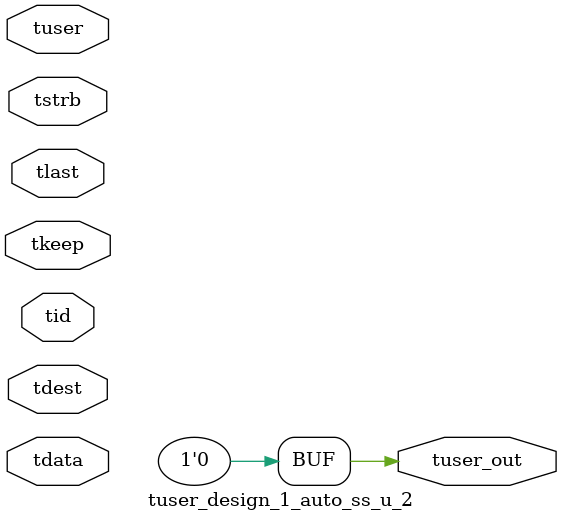
<source format=v>


`timescale 1ps/1ps

module tuser_design_1_auto_ss_u_2 #
(
parameter C_S_AXIS_TUSER_WIDTH = 1,
parameter C_S_AXIS_TDATA_WIDTH = 32,
parameter C_S_AXIS_TID_WIDTH   = 0,
parameter C_S_AXIS_TDEST_WIDTH = 0,
parameter C_M_AXIS_TUSER_WIDTH = 1
)
(
input  [(C_S_AXIS_TUSER_WIDTH == 0 ? 1 : C_S_AXIS_TUSER_WIDTH)-1:0     ] tuser,
input  [(C_S_AXIS_TDATA_WIDTH == 0 ? 1 : C_S_AXIS_TDATA_WIDTH)-1:0     ] tdata,
input  [(C_S_AXIS_TID_WIDTH   == 0 ? 1 : C_S_AXIS_TID_WIDTH)-1:0       ] tid,
input  [(C_S_AXIS_TDEST_WIDTH == 0 ? 1 : C_S_AXIS_TDEST_WIDTH)-1:0     ] tdest,
input  [(C_S_AXIS_TDATA_WIDTH/8)-1:0 ] tkeep,
input  [(C_S_AXIS_TDATA_WIDTH/8)-1:0 ] tstrb,
input                                                                    tlast,
output [C_M_AXIS_TUSER_WIDTH-1:0] tuser_out
);

assign tuser_out = {1'b0};

endmodule


</source>
